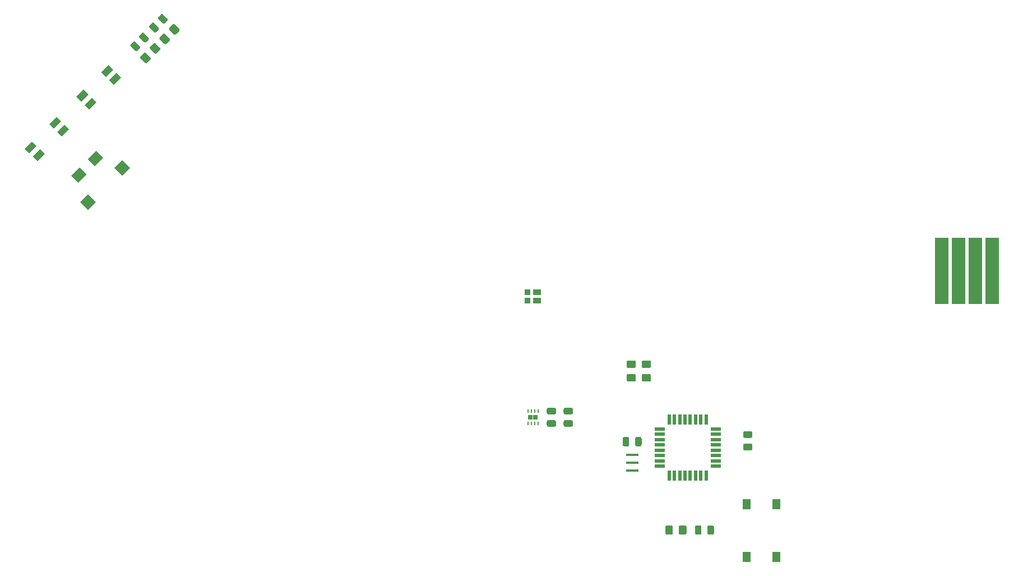
<source format=gbr>
G04 #@! TF.GenerationSoftware,KiCad,Pcbnew,(5.1.5-0-10_14)*
G04 #@! TF.CreationDate,2020-02-02T15:59:47-05:00*
G04 #@! TF.ProjectId,mobo,6d6f626f-2e6b-4696-9361-645f70636258,rev?*
G04 #@! TF.SameCoordinates,Original*
G04 #@! TF.FileFunction,Paste,Top*
G04 #@! TF.FilePolarity,Positive*
%FSLAX46Y46*%
G04 Gerber Fmt 4.6, Leading zero omitted, Abs format (unit mm)*
G04 Created by KiCad (PCBNEW (5.1.5-0-10_14)) date 2020-02-02 15:59:47*
%MOMM*%
%LPD*%
G04 APERTURE LIST*
%ADD10C,0.100000*%
%ADD11R,1.300000X1.550000*%
%ADD12R,1.600000X0.550000*%
%ADD13R,0.550000X1.600000*%
%ADD14R,0.950000X0.970000*%
%ADD15R,1.150000X0.970000*%
%ADD16R,0.950000X0.850000*%
%ADD17R,1.150000X0.850000*%
%ADD18R,1.900000X0.400000*%
%ADD19R,2.000000X10.000000*%
%ADD20R,0.250000X0.500000*%
%ADD21R,0.650000X0.750000*%
G04 APERTURE END LIST*
D10*
G36*
X154980142Y-146247174D02*
G01*
X155003803Y-146250684D01*
X155027007Y-146256496D01*
X155049529Y-146264554D01*
X155071153Y-146274782D01*
X155091670Y-146287079D01*
X155110883Y-146301329D01*
X155128607Y-146317393D01*
X155144671Y-146335117D01*
X155158921Y-146354330D01*
X155171218Y-146374847D01*
X155181446Y-146396471D01*
X155189504Y-146418993D01*
X155195316Y-146442197D01*
X155198826Y-146465858D01*
X155200000Y-146489750D01*
X155200000Y-146977250D01*
X155198826Y-147001142D01*
X155195316Y-147024803D01*
X155189504Y-147048007D01*
X155181446Y-147070529D01*
X155171218Y-147092153D01*
X155158921Y-147112670D01*
X155144671Y-147131883D01*
X155128607Y-147149607D01*
X155110883Y-147165671D01*
X155091670Y-147179921D01*
X155071153Y-147192218D01*
X155049529Y-147202446D01*
X155027007Y-147210504D01*
X155003803Y-147216316D01*
X154980142Y-147219826D01*
X154956250Y-147221000D01*
X154043750Y-147221000D01*
X154019858Y-147219826D01*
X153996197Y-147216316D01*
X153972993Y-147210504D01*
X153950471Y-147202446D01*
X153928847Y-147192218D01*
X153908330Y-147179921D01*
X153889117Y-147165671D01*
X153871393Y-147149607D01*
X153855329Y-147131883D01*
X153841079Y-147112670D01*
X153828782Y-147092153D01*
X153818554Y-147070529D01*
X153810496Y-147048007D01*
X153804684Y-147024803D01*
X153801174Y-147001142D01*
X153800000Y-146977250D01*
X153800000Y-146489750D01*
X153801174Y-146465858D01*
X153804684Y-146442197D01*
X153810496Y-146418993D01*
X153818554Y-146396471D01*
X153828782Y-146374847D01*
X153841079Y-146354330D01*
X153855329Y-146335117D01*
X153871393Y-146317393D01*
X153889117Y-146301329D01*
X153908330Y-146287079D01*
X153928847Y-146274782D01*
X153950471Y-146264554D01*
X153972993Y-146256496D01*
X153996197Y-146250684D01*
X154019858Y-146247174D01*
X154043750Y-146246000D01*
X154956250Y-146246000D01*
X154980142Y-146247174D01*
G37*
G36*
X154980142Y-144372174D02*
G01*
X155003803Y-144375684D01*
X155027007Y-144381496D01*
X155049529Y-144389554D01*
X155071153Y-144399782D01*
X155091670Y-144412079D01*
X155110883Y-144426329D01*
X155128607Y-144442393D01*
X155144671Y-144460117D01*
X155158921Y-144479330D01*
X155171218Y-144499847D01*
X155181446Y-144521471D01*
X155189504Y-144543993D01*
X155195316Y-144567197D01*
X155198826Y-144590858D01*
X155200000Y-144614750D01*
X155200000Y-145102250D01*
X155198826Y-145126142D01*
X155195316Y-145149803D01*
X155189504Y-145173007D01*
X155181446Y-145195529D01*
X155171218Y-145217153D01*
X155158921Y-145237670D01*
X155144671Y-145256883D01*
X155128607Y-145274607D01*
X155110883Y-145290671D01*
X155091670Y-145304921D01*
X155071153Y-145317218D01*
X155049529Y-145327446D01*
X155027007Y-145335504D01*
X155003803Y-145341316D01*
X154980142Y-145344826D01*
X154956250Y-145346000D01*
X154043750Y-145346000D01*
X154019858Y-145344826D01*
X153996197Y-145341316D01*
X153972993Y-145335504D01*
X153950471Y-145327446D01*
X153928847Y-145317218D01*
X153908330Y-145304921D01*
X153889117Y-145290671D01*
X153871393Y-145274607D01*
X153855329Y-145256883D01*
X153841079Y-145237670D01*
X153828782Y-145217153D01*
X153818554Y-145195529D01*
X153810496Y-145173007D01*
X153804684Y-145149803D01*
X153801174Y-145126142D01*
X153800000Y-145102250D01*
X153800000Y-144614750D01*
X153801174Y-144590858D01*
X153804684Y-144567197D01*
X153810496Y-144543993D01*
X153818554Y-144521471D01*
X153828782Y-144499847D01*
X153841079Y-144479330D01*
X153855329Y-144460117D01*
X153871393Y-144442393D01*
X153889117Y-144426329D01*
X153908330Y-144412079D01*
X153928847Y-144399782D01*
X153950471Y-144389554D01*
X153972993Y-144381496D01*
X153996197Y-144375684D01*
X154019858Y-144372174D01*
X154043750Y-144371000D01*
X154956250Y-144371000D01*
X154980142Y-144372174D01*
G37*
G36*
X51292650Y-98046324D02*
G01*
X51999757Y-98753431D01*
X50903742Y-99849446D01*
X50196635Y-99142339D01*
X51292650Y-98046324D01*
G37*
G36*
X47580339Y-101758635D02*
G01*
X48287446Y-102465742D01*
X47191431Y-103561757D01*
X46484324Y-102854650D01*
X47580339Y-101758635D01*
G37*
G36*
X46378258Y-100556554D02*
G01*
X47085365Y-101263661D01*
X45989350Y-102359676D01*
X45282243Y-101652569D01*
X46378258Y-100556554D01*
G37*
G36*
X50090569Y-96844243D02*
G01*
X50797676Y-97551350D01*
X49701661Y-98647365D01*
X48994554Y-97940258D01*
X50090569Y-96844243D01*
G37*
D11*
X158841000Y-155410000D03*
X158841000Y-163360000D03*
X154341000Y-155410000D03*
X154341000Y-163360000D03*
D10*
G36*
X136363142Y-145224174D02*
G01*
X136386803Y-145227684D01*
X136410007Y-145233496D01*
X136432529Y-145241554D01*
X136454153Y-145251782D01*
X136474670Y-145264079D01*
X136493883Y-145278329D01*
X136511607Y-145294393D01*
X136527671Y-145312117D01*
X136541921Y-145331330D01*
X136554218Y-145351847D01*
X136564446Y-145373471D01*
X136572504Y-145395993D01*
X136578316Y-145419197D01*
X136581826Y-145442858D01*
X136583000Y-145466750D01*
X136583000Y-146379250D01*
X136581826Y-146403142D01*
X136578316Y-146426803D01*
X136572504Y-146450007D01*
X136564446Y-146472529D01*
X136554218Y-146494153D01*
X136541921Y-146514670D01*
X136527671Y-146533883D01*
X136511607Y-146551607D01*
X136493883Y-146567671D01*
X136474670Y-146581921D01*
X136454153Y-146594218D01*
X136432529Y-146604446D01*
X136410007Y-146612504D01*
X136386803Y-146618316D01*
X136363142Y-146621826D01*
X136339250Y-146623000D01*
X135851750Y-146623000D01*
X135827858Y-146621826D01*
X135804197Y-146618316D01*
X135780993Y-146612504D01*
X135758471Y-146604446D01*
X135736847Y-146594218D01*
X135716330Y-146581921D01*
X135697117Y-146567671D01*
X135679393Y-146551607D01*
X135663329Y-146533883D01*
X135649079Y-146514670D01*
X135636782Y-146494153D01*
X135626554Y-146472529D01*
X135618496Y-146450007D01*
X135612684Y-146426803D01*
X135609174Y-146403142D01*
X135608000Y-146379250D01*
X135608000Y-145466750D01*
X135609174Y-145442858D01*
X135612684Y-145419197D01*
X135618496Y-145395993D01*
X135626554Y-145373471D01*
X135636782Y-145351847D01*
X135649079Y-145331330D01*
X135663329Y-145312117D01*
X135679393Y-145294393D01*
X135697117Y-145278329D01*
X135716330Y-145264079D01*
X135736847Y-145251782D01*
X135758471Y-145241554D01*
X135780993Y-145233496D01*
X135804197Y-145227684D01*
X135827858Y-145224174D01*
X135851750Y-145223000D01*
X136339250Y-145223000D01*
X136363142Y-145224174D01*
G37*
G36*
X138238142Y-145224174D02*
G01*
X138261803Y-145227684D01*
X138285007Y-145233496D01*
X138307529Y-145241554D01*
X138329153Y-145251782D01*
X138349670Y-145264079D01*
X138368883Y-145278329D01*
X138386607Y-145294393D01*
X138402671Y-145312117D01*
X138416921Y-145331330D01*
X138429218Y-145351847D01*
X138439446Y-145373471D01*
X138447504Y-145395993D01*
X138453316Y-145419197D01*
X138456826Y-145442858D01*
X138458000Y-145466750D01*
X138458000Y-146379250D01*
X138456826Y-146403142D01*
X138453316Y-146426803D01*
X138447504Y-146450007D01*
X138439446Y-146472529D01*
X138429218Y-146494153D01*
X138416921Y-146514670D01*
X138402671Y-146533883D01*
X138386607Y-146551607D01*
X138368883Y-146567671D01*
X138349670Y-146581921D01*
X138329153Y-146594218D01*
X138307529Y-146604446D01*
X138285007Y-146612504D01*
X138261803Y-146618316D01*
X138238142Y-146621826D01*
X138214250Y-146623000D01*
X137726750Y-146623000D01*
X137702858Y-146621826D01*
X137679197Y-146618316D01*
X137655993Y-146612504D01*
X137633471Y-146604446D01*
X137611847Y-146594218D01*
X137591330Y-146581921D01*
X137572117Y-146567671D01*
X137554393Y-146551607D01*
X137538329Y-146533883D01*
X137524079Y-146514670D01*
X137511782Y-146494153D01*
X137501554Y-146472529D01*
X137493496Y-146450007D01*
X137487684Y-146426803D01*
X137484174Y-146403142D01*
X137483000Y-146379250D01*
X137483000Y-145466750D01*
X137484174Y-145442858D01*
X137487684Y-145419197D01*
X137493496Y-145395993D01*
X137501554Y-145373471D01*
X137511782Y-145351847D01*
X137524079Y-145331330D01*
X137538329Y-145312117D01*
X137554393Y-145294393D01*
X137572117Y-145278329D01*
X137591330Y-145264079D01*
X137611847Y-145251782D01*
X137633471Y-145241554D01*
X137655993Y-145233496D01*
X137679197Y-145227684D01*
X137702858Y-145224174D01*
X137726750Y-145223000D01*
X138214250Y-145223000D01*
X138238142Y-145224174D01*
G37*
G36*
X149160142Y-158559174D02*
G01*
X149183803Y-158562684D01*
X149207007Y-158568496D01*
X149229529Y-158576554D01*
X149251153Y-158586782D01*
X149271670Y-158599079D01*
X149290883Y-158613329D01*
X149308607Y-158629393D01*
X149324671Y-158647117D01*
X149338921Y-158666330D01*
X149351218Y-158686847D01*
X149361446Y-158708471D01*
X149369504Y-158730993D01*
X149375316Y-158754197D01*
X149378826Y-158777858D01*
X149380000Y-158801750D01*
X149380000Y-159714250D01*
X149378826Y-159738142D01*
X149375316Y-159761803D01*
X149369504Y-159785007D01*
X149361446Y-159807529D01*
X149351218Y-159829153D01*
X149338921Y-159849670D01*
X149324671Y-159868883D01*
X149308607Y-159886607D01*
X149290883Y-159902671D01*
X149271670Y-159916921D01*
X149251153Y-159929218D01*
X149229529Y-159939446D01*
X149207007Y-159947504D01*
X149183803Y-159953316D01*
X149160142Y-159956826D01*
X149136250Y-159958000D01*
X148648750Y-159958000D01*
X148624858Y-159956826D01*
X148601197Y-159953316D01*
X148577993Y-159947504D01*
X148555471Y-159939446D01*
X148533847Y-159929218D01*
X148513330Y-159916921D01*
X148494117Y-159902671D01*
X148476393Y-159886607D01*
X148460329Y-159868883D01*
X148446079Y-159849670D01*
X148433782Y-159829153D01*
X148423554Y-159807529D01*
X148415496Y-159785007D01*
X148409684Y-159761803D01*
X148406174Y-159738142D01*
X148405000Y-159714250D01*
X148405000Y-158801750D01*
X148406174Y-158777858D01*
X148409684Y-158754197D01*
X148415496Y-158730993D01*
X148423554Y-158708471D01*
X148433782Y-158686847D01*
X148446079Y-158666330D01*
X148460329Y-158647117D01*
X148476393Y-158629393D01*
X148494117Y-158613329D01*
X148513330Y-158599079D01*
X148533847Y-158586782D01*
X148555471Y-158576554D01*
X148577993Y-158568496D01*
X148601197Y-158562684D01*
X148624858Y-158559174D01*
X148648750Y-158558000D01*
X149136250Y-158558000D01*
X149160142Y-158559174D01*
G37*
G36*
X147285142Y-158559174D02*
G01*
X147308803Y-158562684D01*
X147332007Y-158568496D01*
X147354529Y-158576554D01*
X147376153Y-158586782D01*
X147396670Y-158599079D01*
X147415883Y-158613329D01*
X147433607Y-158629393D01*
X147449671Y-158647117D01*
X147463921Y-158666330D01*
X147476218Y-158686847D01*
X147486446Y-158708471D01*
X147494504Y-158730993D01*
X147500316Y-158754197D01*
X147503826Y-158777858D01*
X147505000Y-158801750D01*
X147505000Y-159714250D01*
X147503826Y-159738142D01*
X147500316Y-159761803D01*
X147494504Y-159785007D01*
X147486446Y-159807529D01*
X147476218Y-159829153D01*
X147463921Y-159849670D01*
X147449671Y-159868883D01*
X147433607Y-159886607D01*
X147415883Y-159902671D01*
X147396670Y-159916921D01*
X147376153Y-159929218D01*
X147354529Y-159939446D01*
X147332007Y-159947504D01*
X147308803Y-159953316D01*
X147285142Y-159956826D01*
X147261250Y-159958000D01*
X146773750Y-159958000D01*
X146749858Y-159956826D01*
X146726197Y-159953316D01*
X146702993Y-159947504D01*
X146680471Y-159939446D01*
X146658847Y-159929218D01*
X146638330Y-159916921D01*
X146619117Y-159902671D01*
X146601393Y-159886607D01*
X146585329Y-159868883D01*
X146571079Y-159849670D01*
X146558782Y-159829153D01*
X146548554Y-159807529D01*
X146540496Y-159785007D01*
X146534684Y-159761803D01*
X146531174Y-159738142D01*
X146530000Y-159714250D01*
X146530000Y-158801750D01*
X146531174Y-158777858D01*
X146534684Y-158754197D01*
X146540496Y-158730993D01*
X146548554Y-158708471D01*
X146558782Y-158686847D01*
X146571079Y-158666330D01*
X146585329Y-158647117D01*
X146601393Y-158629393D01*
X146619117Y-158613329D01*
X146638330Y-158599079D01*
X146658847Y-158586782D01*
X146680471Y-158576554D01*
X146702993Y-158568496D01*
X146726197Y-158562684D01*
X146749858Y-158559174D01*
X146773750Y-158558000D01*
X147261250Y-158558000D01*
X147285142Y-158559174D01*
G37*
G36*
X64691919Y-82678562D02*
G01*
X64715580Y-82682072D01*
X64738784Y-82687884D01*
X64761306Y-82695942D01*
X64782930Y-82706170D01*
X64803447Y-82718467D01*
X64822660Y-82732717D01*
X64840384Y-82748781D01*
X65485619Y-83394016D01*
X65501683Y-83411740D01*
X65515933Y-83430953D01*
X65528230Y-83451470D01*
X65538458Y-83473094D01*
X65546516Y-83495616D01*
X65552328Y-83518820D01*
X65555838Y-83542481D01*
X65557012Y-83566373D01*
X65555838Y-83590265D01*
X65552328Y-83613926D01*
X65546516Y-83637130D01*
X65538458Y-83659652D01*
X65528230Y-83681276D01*
X65515933Y-83701793D01*
X65501683Y-83721006D01*
X65485619Y-83738730D01*
X65140904Y-84083445D01*
X65123180Y-84099509D01*
X65103967Y-84113759D01*
X65083450Y-84126056D01*
X65061826Y-84136284D01*
X65039304Y-84144342D01*
X65016100Y-84150154D01*
X64992439Y-84153664D01*
X64968547Y-84154838D01*
X64944655Y-84153664D01*
X64920994Y-84150154D01*
X64897790Y-84144342D01*
X64875268Y-84136284D01*
X64853644Y-84126056D01*
X64833127Y-84113759D01*
X64813914Y-84099509D01*
X64796190Y-84083445D01*
X64150955Y-83438210D01*
X64134891Y-83420486D01*
X64120641Y-83401273D01*
X64108344Y-83380756D01*
X64098116Y-83359132D01*
X64090058Y-83336610D01*
X64084246Y-83313406D01*
X64080736Y-83289745D01*
X64079562Y-83265853D01*
X64080736Y-83241961D01*
X64084246Y-83218300D01*
X64090058Y-83195096D01*
X64098116Y-83172574D01*
X64108344Y-83150950D01*
X64120641Y-83130433D01*
X64134891Y-83111220D01*
X64150955Y-83093496D01*
X64495670Y-82748781D01*
X64513394Y-82732717D01*
X64532607Y-82718467D01*
X64553124Y-82706170D01*
X64574748Y-82695942D01*
X64597270Y-82687884D01*
X64620474Y-82682072D01*
X64644135Y-82678562D01*
X64668027Y-82677388D01*
X64691919Y-82678562D01*
G37*
G36*
X66017745Y-81352736D02*
G01*
X66041406Y-81356246D01*
X66064610Y-81362058D01*
X66087132Y-81370116D01*
X66108756Y-81380344D01*
X66129273Y-81392641D01*
X66148486Y-81406891D01*
X66166210Y-81422955D01*
X66811445Y-82068190D01*
X66827509Y-82085914D01*
X66841759Y-82105127D01*
X66854056Y-82125644D01*
X66864284Y-82147268D01*
X66872342Y-82169790D01*
X66878154Y-82192994D01*
X66881664Y-82216655D01*
X66882838Y-82240547D01*
X66881664Y-82264439D01*
X66878154Y-82288100D01*
X66872342Y-82311304D01*
X66864284Y-82333826D01*
X66854056Y-82355450D01*
X66841759Y-82375967D01*
X66827509Y-82395180D01*
X66811445Y-82412904D01*
X66466730Y-82757619D01*
X66449006Y-82773683D01*
X66429793Y-82787933D01*
X66409276Y-82800230D01*
X66387652Y-82810458D01*
X66365130Y-82818516D01*
X66341926Y-82824328D01*
X66318265Y-82827838D01*
X66294373Y-82829012D01*
X66270481Y-82827838D01*
X66246820Y-82824328D01*
X66223616Y-82818516D01*
X66201094Y-82810458D01*
X66179470Y-82800230D01*
X66158953Y-82787933D01*
X66139740Y-82773683D01*
X66122016Y-82757619D01*
X65476781Y-82112384D01*
X65460717Y-82094660D01*
X65446467Y-82075447D01*
X65434170Y-82054930D01*
X65423942Y-82033306D01*
X65415884Y-82010784D01*
X65410072Y-81987580D01*
X65406562Y-81963919D01*
X65405388Y-81940027D01*
X65406562Y-81916135D01*
X65410072Y-81892474D01*
X65415884Y-81869270D01*
X65423942Y-81846748D01*
X65434170Y-81825124D01*
X65446467Y-81804607D01*
X65460717Y-81785394D01*
X65476781Y-81767670D01*
X65821496Y-81422955D01*
X65839220Y-81406891D01*
X65858433Y-81392641D01*
X65878950Y-81380344D01*
X65900574Y-81370116D01*
X65923096Y-81362058D01*
X65946300Y-81356246D01*
X65969961Y-81352736D01*
X65993853Y-81351562D01*
X66017745Y-81352736D01*
G37*
G36*
X63172945Y-84172136D02*
G01*
X63196606Y-84175646D01*
X63219810Y-84181458D01*
X63242332Y-84189516D01*
X63263956Y-84199744D01*
X63284473Y-84212041D01*
X63303686Y-84226291D01*
X63321410Y-84242355D01*
X63966645Y-84887590D01*
X63982709Y-84905314D01*
X63996959Y-84924527D01*
X64009256Y-84945044D01*
X64019484Y-84966668D01*
X64027542Y-84989190D01*
X64033354Y-85012394D01*
X64036864Y-85036055D01*
X64038038Y-85059947D01*
X64036864Y-85083839D01*
X64033354Y-85107500D01*
X64027542Y-85130704D01*
X64019484Y-85153226D01*
X64009256Y-85174850D01*
X63996959Y-85195367D01*
X63982709Y-85214580D01*
X63966645Y-85232304D01*
X63621930Y-85577019D01*
X63604206Y-85593083D01*
X63584993Y-85607333D01*
X63564476Y-85619630D01*
X63542852Y-85629858D01*
X63520330Y-85637916D01*
X63497126Y-85643728D01*
X63473465Y-85647238D01*
X63449573Y-85648412D01*
X63425681Y-85647238D01*
X63402020Y-85643728D01*
X63378816Y-85637916D01*
X63356294Y-85629858D01*
X63334670Y-85619630D01*
X63314153Y-85607333D01*
X63294940Y-85593083D01*
X63277216Y-85577019D01*
X62631981Y-84931784D01*
X62615917Y-84914060D01*
X62601667Y-84894847D01*
X62589370Y-84874330D01*
X62579142Y-84852706D01*
X62571084Y-84830184D01*
X62565272Y-84806980D01*
X62561762Y-84783319D01*
X62560588Y-84759427D01*
X62561762Y-84735535D01*
X62565272Y-84711874D01*
X62571084Y-84688670D01*
X62579142Y-84666148D01*
X62589370Y-84644524D01*
X62601667Y-84624007D01*
X62615917Y-84604794D01*
X62631981Y-84587070D01*
X62976696Y-84242355D01*
X62994420Y-84226291D01*
X63013633Y-84212041D01*
X63034150Y-84199744D01*
X63055774Y-84189516D01*
X63078296Y-84181458D01*
X63101500Y-84175646D01*
X63125161Y-84172136D01*
X63149053Y-84170962D01*
X63172945Y-84172136D01*
G37*
G36*
X61847119Y-85497962D02*
G01*
X61870780Y-85501472D01*
X61893984Y-85507284D01*
X61916506Y-85515342D01*
X61938130Y-85525570D01*
X61958647Y-85537867D01*
X61977860Y-85552117D01*
X61995584Y-85568181D01*
X62640819Y-86213416D01*
X62656883Y-86231140D01*
X62671133Y-86250353D01*
X62683430Y-86270870D01*
X62693658Y-86292494D01*
X62701716Y-86315016D01*
X62707528Y-86338220D01*
X62711038Y-86361881D01*
X62712212Y-86385773D01*
X62711038Y-86409665D01*
X62707528Y-86433326D01*
X62701716Y-86456530D01*
X62693658Y-86479052D01*
X62683430Y-86500676D01*
X62671133Y-86521193D01*
X62656883Y-86540406D01*
X62640819Y-86558130D01*
X62296104Y-86902845D01*
X62278380Y-86918909D01*
X62259167Y-86933159D01*
X62238650Y-86945456D01*
X62217026Y-86955684D01*
X62194504Y-86963742D01*
X62171300Y-86969554D01*
X62147639Y-86973064D01*
X62123747Y-86974238D01*
X62099855Y-86973064D01*
X62076194Y-86969554D01*
X62052990Y-86963742D01*
X62030468Y-86955684D01*
X62008844Y-86945456D01*
X61988327Y-86933159D01*
X61969114Y-86918909D01*
X61951390Y-86902845D01*
X61306155Y-86257610D01*
X61290091Y-86239886D01*
X61275841Y-86220673D01*
X61263544Y-86200156D01*
X61253316Y-86178532D01*
X61245258Y-86156010D01*
X61239446Y-86132806D01*
X61235936Y-86109145D01*
X61234762Y-86085253D01*
X61235936Y-86061361D01*
X61239446Y-86037700D01*
X61245258Y-86014496D01*
X61253316Y-85991974D01*
X61263544Y-85970350D01*
X61275841Y-85949833D01*
X61290091Y-85930620D01*
X61306155Y-85912896D01*
X61650870Y-85568181D01*
X61668594Y-85552117D01*
X61687807Y-85537867D01*
X61708324Y-85525570D01*
X61729948Y-85515342D01*
X61752470Y-85507284D01*
X61775674Y-85501472D01*
X61799335Y-85497962D01*
X61823227Y-85496788D01*
X61847119Y-85497962D01*
G37*
G36*
X66368932Y-84332180D02*
G01*
X66393200Y-84335780D01*
X66416999Y-84341741D01*
X66440098Y-84350006D01*
X66462277Y-84360496D01*
X66483320Y-84373108D01*
X66503026Y-84387723D01*
X66521204Y-84404199D01*
X67157601Y-85040596D01*
X67174077Y-85058774D01*
X67188692Y-85078480D01*
X67201304Y-85099523D01*
X67211794Y-85121702D01*
X67220059Y-85144801D01*
X67226020Y-85168600D01*
X67229620Y-85192868D01*
X67230824Y-85217372D01*
X67229620Y-85241876D01*
X67226020Y-85266144D01*
X67220059Y-85289943D01*
X67211794Y-85313042D01*
X67201304Y-85335221D01*
X67188692Y-85356264D01*
X67174077Y-85375970D01*
X67157601Y-85394148D01*
X66697980Y-85853769D01*
X66679802Y-85870245D01*
X66660096Y-85884860D01*
X66639053Y-85897472D01*
X66616874Y-85907962D01*
X66593775Y-85916227D01*
X66569976Y-85922188D01*
X66545708Y-85925788D01*
X66521204Y-85926992D01*
X66496700Y-85925788D01*
X66472432Y-85922188D01*
X66448633Y-85916227D01*
X66425534Y-85907962D01*
X66403355Y-85897472D01*
X66382312Y-85884860D01*
X66362606Y-85870245D01*
X66344428Y-85853769D01*
X65708031Y-85217372D01*
X65691555Y-85199194D01*
X65676940Y-85179488D01*
X65664328Y-85158445D01*
X65653838Y-85136266D01*
X65645573Y-85113167D01*
X65639612Y-85089368D01*
X65636012Y-85065100D01*
X65634808Y-85040596D01*
X65636012Y-85016092D01*
X65639612Y-84991824D01*
X65645573Y-84968025D01*
X65653838Y-84944926D01*
X65664328Y-84922747D01*
X65676940Y-84901704D01*
X65691555Y-84881998D01*
X65708031Y-84863820D01*
X66167652Y-84404199D01*
X66185830Y-84387723D01*
X66205536Y-84373108D01*
X66226579Y-84360496D01*
X66248758Y-84350006D01*
X66271857Y-84341741D01*
X66295656Y-84335780D01*
X66319924Y-84332180D01*
X66344428Y-84330976D01*
X66368932Y-84332180D01*
G37*
G36*
X67818500Y-82882612D02*
G01*
X67842768Y-82886212D01*
X67866567Y-82892173D01*
X67889666Y-82900438D01*
X67911845Y-82910928D01*
X67932888Y-82923540D01*
X67952594Y-82938155D01*
X67970772Y-82954631D01*
X68607169Y-83591028D01*
X68623645Y-83609206D01*
X68638260Y-83628912D01*
X68650872Y-83649955D01*
X68661362Y-83672134D01*
X68669627Y-83695233D01*
X68675588Y-83719032D01*
X68679188Y-83743300D01*
X68680392Y-83767804D01*
X68679188Y-83792308D01*
X68675588Y-83816576D01*
X68669627Y-83840375D01*
X68661362Y-83863474D01*
X68650872Y-83885653D01*
X68638260Y-83906696D01*
X68623645Y-83926402D01*
X68607169Y-83944580D01*
X68147548Y-84404201D01*
X68129370Y-84420677D01*
X68109664Y-84435292D01*
X68088621Y-84447904D01*
X68066442Y-84458394D01*
X68043343Y-84466659D01*
X68019544Y-84472620D01*
X67995276Y-84476220D01*
X67970772Y-84477424D01*
X67946268Y-84476220D01*
X67922000Y-84472620D01*
X67898201Y-84466659D01*
X67875102Y-84458394D01*
X67852923Y-84447904D01*
X67831880Y-84435292D01*
X67812174Y-84420677D01*
X67793996Y-84404201D01*
X67157599Y-83767804D01*
X67141123Y-83749626D01*
X67126508Y-83729920D01*
X67113896Y-83708877D01*
X67103406Y-83686698D01*
X67095141Y-83663599D01*
X67089180Y-83639800D01*
X67085580Y-83615532D01*
X67084376Y-83591028D01*
X67085580Y-83566524D01*
X67089180Y-83542256D01*
X67095141Y-83518457D01*
X67103406Y-83495358D01*
X67113896Y-83473179D01*
X67126508Y-83452136D01*
X67141123Y-83432430D01*
X67157599Y-83414252D01*
X67617220Y-82954631D01*
X67635398Y-82938155D01*
X67655104Y-82923540D01*
X67676147Y-82910928D01*
X67698326Y-82900438D01*
X67721425Y-82892173D01*
X67745224Y-82886212D01*
X67769492Y-82882612D01*
X67793996Y-82881408D01*
X67818500Y-82882612D01*
G37*
G36*
X64922900Y-85752812D02*
G01*
X64947168Y-85756412D01*
X64970967Y-85762373D01*
X64994066Y-85770638D01*
X65016245Y-85781128D01*
X65037288Y-85793740D01*
X65056994Y-85808355D01*
X65075172Y-85824831D01*
X65711569Y-86461228D01*
X65728045Y-86479406D01*
X65742660Y-86499112D01*
X65755272Y-86520155D01*
X65765762Y-86542334D01*
X65774027Y-86565433D01*
X65779988Y-86589232D01*
X65783588Y-86613500D01*
X65784792Y-86638004D01*
X65783588Y-86662508D01*
X65779988Y-86686776D01*
X65774027Y-86710575D01*
X65765762Y-86733674D01*
X65755272Y-86755853D01*
X65742660Y-86776896D01*
X65728045Y-86796602D01*
X65711569Y-86814780D01*
X65251948Y-87274401D01*
X65233770Y-87290877D01*
X65214064Y-87305492D01*
X65193021Y-87318104D01*
X65170842Y-87328594D01*
X65147743Y-87336859D01*
X65123944Y-87342820D01*
X65099676Y-87346420D01*
X65075172Y-87347624D01*
X65050668Y-87346420D01*
X65026400Y-87342820D01*
X65002601Y-87336859D01*
X64979502Y-87328594D01*
X64957323Y-87318104D01*
X64936280Y-87305492D01*
X64916574Y-87290877D01*
X64898396Y-87274401D01*
X64261999Y-86638004D01*
X64245523Y-86619826D01*
X64230908Y-86600120D01*
X64218296Y-86579077D01*
X64207806Y-86556898D01*
X64199541Y-86533799D01*
X64193580Y-86510000D01*
X64189980Y-86485732D01*
X64188776Y-86461228D01*
X64189980Y-86436724D01*
X64193580Y-86412456D01*
X64199541Y-86388657D01*
X64207806Y-86365558D01*
X64218296Y-86343379D01*
X64230908Y-86322336D01*
X64245523Y-86302630D01*
X64261999Y-86284452D01*
X64721620Y-85824831D01*
X64739798Y-85808355D01*
X64759504Y-85793740D01*
X64780547Y-85781128D01*
X64802726Y-85770638D01*
X64825825Y-85762373D01*
X64849624Y-85756412D01*
X64873892Y-85752812D01*
X64898396Y-85751608D01*
X64922900Y-85752812D01*
G37*
G36*
X63473332Y-87202380D02*
G01*
X63497600Y-87205980D01*
X63521399Y-87211941D01*
X63544498Y-87220206D01*
X63566677Y-87230696D01*
X63587720Y-87243308D01*
X63607426Y-87257923D01*
X63625604Y-87274399D01*
X64262001Y-87910796D01*
X64278477Y-87928974D01*
X64293092Y-87948680D01*
X64305704Y-87969723D01*
X64316194Y-87991902D01*
X64324459Y-88015001D01*
X64330420Y-88038800D01*
X64334020Y-88063068D01*
X64335224Y-88087572D01*
X64334020Y-88112076D01*
X64330420Y-88136344D01*
X64324459Y-88160143D01*
X64316194Y-88183242D01*
X64305704Y-88205421D01*
X64293092Y-88226464D01*
X64278477Y-88246170D01*
X64262001Y-88264348D01*
X63802380Y-88723969D01*
X63784202Y-88740445D01*
X63764496Y-88755060D01*
X63743453Y-88767672D01*
X63721274Y-88778162D01*
X63698175Y-88786427D01*
X63674376Y-88792388D01*
X63650108Y-88795988D01*
X63625604Y-88797192D01*
X63601100Y-88795988D01*
X63576832Y-88792388D01*
X63553033Y-88786427D01*
X63529934Y-88778162D01*
X63507755Y-88767672D01*
X63486712Y-88755060D01*
X63467006Y-88740445D01*
X63448828Y-88723969D01*
X62812431Y-88087572D01*
X62795955Y-88069394D01*
X62781340Y-88049688D01*
X62768728Y-88028645D01*
X62758238Y-88006466D01*
X62749973Y-87983367D01*
X62744012Y-87959568D01*
X62740412Y-87935300D01*
X62739208Y-87910796D01*
X62740412Y-87886292D01*
X62744012Y-87862024D01*
X62749973Y-87838225D01*
X62758238Y-87815126D01*
X62768728Y-87792947D01*
X62781340Y-87771904D01*
X62795955Y-87752198D01*
X62812431Y-87734020D01*
X63272052Y-87274399D01*
X63290230Y-87257923D01*
X63309936Y-87243308D01*
X63330979Y-87230696D01*
X63353158Y-87220206D01*
X63376257Y-87211941D01*
X63400056Y-87205980D01*
X63424324Y-87202380D01*
X63448828Y-87201176D01*
X63473332Y-87202380D01*
G37*
G36*
X139666505Y-135706204D02*
G01*
X139690773Y-135709804D01*
X139714572Y-135715765D01*
X139737671Y-135724030D01*
X139759850Y-135734520D01*
X139780893Y-135747132D01*
X139800599Y-135761747D01*
X139818777Y-135778223D01*
X139835253Y-135796401D01*
X139849868Y-135816107D01*
X139862480Y-135837150D01*
X139872970Y-135859329D01*
X139881235Y-135882428D01*
X139887196Y-135906227D01*
X139890796Y-135930495D01*
X139892000Y-135954999D01*
X139892000Y-136605001D01*
X139890796Y-136629505D01*
X139887196Y-136653773D01*
X139881235Y-136677572D01*
X139872970Y-136700671D01*
X139862480Y-136722850D01*
X139849868Y-136743893D01*
X139835253Y-136763599D01*
X139818777Y-136781777D01*
X139800599Y-136798253D01*
X139780893Y-136812868D01*
X139759850Y-136825480D01*
X139737671Y-136835970D01*
X139714572Y-136844235D01*
X139690773Y-136850196D01*
X139666505Y-136853796D01*
X139642001Y-136855000D01*
X138741999Y-136855000D01*
X138717495Y-136853796D01*
X138693227Y-136850196D01*
X138669428Y-136844235D01*
X138646329Y-136835970D01*
X138624150Y-136825480D01*
X138603107Y-136812868D01*
X138583401Y-136798253D01*
X138565223Y-136781777D01*
X138548747Y-136763599D01*
X138534132Y-136743893D01*
X138521520Y-136722850D01*
X138511030Y-136700671D01*
X138502765Y-136677572D01*
X138496804Y-136653773D01*
X138493204Y-136629505D01*
X138492000Y-136605001D01*
X138492000Y-135954999D01*
X138493204Y-135930495D01*
X138496804Y-135906227D01*
X138502765Y-135882428D01*
X138511030Y-135859329D01*
X138521520Y-135837150D01*
X138534132Y-135816107D01*
X138548747Y-135796401D01*
X138565223Y-135778223D01*
X138583401Y-135761747D01*
X138603107Y-135747132D01*
X138624150Y-135734520D01*
X138646329Y-135724030D01*
X138669428Y-135715765D01*
X138693227Y-135709804D01*
X138717495Y-135706204D01*
X138741999Y-135705000D01*
X139642001Y-135705000D01*
X139666505Y-135706204D01*
G37*
G36*
X139666505Y-133656204D02*
G01*
X139690773Y-133659804D01*
X139714572Y-133665765D01*
X139737671Y-133674030D01*
X139759850Y-133684520D01*
X139780893Y-133697132D01*
X139800599Y-133711747D01*
X139818777Y-133728223D01*
X139835253Y-133746401D01*
X139849868Y-133766107D01*
X139862480Y-133787150D01*
X139872970Y-133809329D01*
X139881235Y-133832428D01*
X139887196Y-133856227D01*
X139890796Y-133880495D01*
X139892000Y-133904999D01*
X139892000Y-134555001D01*
X139890796Y-134579505D01*
X139887196Y-134603773D01*
X139881235Y-134627572D01*
X139872970Y-134650671D01*
X139862480Y-134672850D01*
X139849868Y-134693893D01*
X139835253Y-134713599D01*
X139818777Y-134731777D01*
X139800599Y-134748253D01*
X139780893Y-134762868D01*
X139759850Y-134775480D01*
X139737671Y-134785970D01*
X139714572Y-134794235D01*
X139690773Y-134800196D01*
X139666505Y-134803796D01*
X139642001Y-134805000D01*
X138741999Y-134805000D01*
X138717495Y-134803796D01*
X138693227Y-134800196D01*
X138669428Y-134794235D01*
X138646329Y-134785970D01*
X138624150Y-134775480D01*
X138603107Y-134762868D01*
X138583401Y-134748253D01*
X138565223Y-134731777D01*
X138548747Y-134713599D01*
X138534132Y-134693893D01*
X138521520Y-134672850D01*
X138511030Y-134650671D01*
X138502765Y-134627572D01*
X138496804Y-134603773D01*
X138493204Y-134579505D01*
X138492000Y-134555001D01*
X138492000Y-133904999D01*
X138493204Y-133880495D01*
X138496804Y-133856227D01*
X138502765Y-133832428D01*
X138511030Y-133809329D01*
X138521520Y-133787150D01*
X138534132Y-133766107D01*
X138548747Y-133746401D01*
X138565223Y-133728223D01*
X138583401Y-133711747D01*
X138603107Y-133697132D01*
X138624150Y-133684520D01*
X138646329Y-133674030D01*
X138669428Y-133665765D01*
X138693227Y-133659804D01*
X138717495Y-133656204D01*
X138741999Y-133655000D01*
X139642001Y-133655000D01*
X139666505Y-133656204D01*
G37*
G36*
X137380505Y-135706204D02*
G01*
X137404773Y-135709804D01*
X137428572Y-135715765D01*
X137451671Y-135724030D01*
X137473850Y-135734520D01*
X137494893Y-135747132D01*
X137514599Y-135761747D01*
X137532777Y-135778223D01*
X137549253Y-135796401D01*
X137563868Y-135816107D01*
X137576480Y-135837150D01*
X137586970Y-135859329D01*
X137595235Y-135882428D01*
X137601196Y-135906227D01*
X137604796Y-135930495D01*
X137606000Y-135954999D01*
X137606000Y-136605001D01*
X137604796Y-136629505D01*
X137601196Y-136653773D01*
X137595235Y-136677572D01*
X137586970Y-136700671D01*
X137576480Y-136722850D01*
X137563868Y-136743893D01*
X137549253Y-136763599D01*
X137532777Y-136781777D01*
X137514599Y-136798253D01*
X137494893Y-136812868D01*
X137473850Y-136825480D01*
X137451671Y-136835970D01*
X137428572Y-136844235D01*
X137404773Y-136850196D01*
X137380505Y-136853796D01*
X137356001Y-136855000D01*
X136455999Y-136855000D01*
X136431495Y-136853796D01*
X136407227Y-136850196D01*
X136383428Y-136844235D01*
X136360329Y-136835970D01*
X136338150Y-136825480D01*
X136317107Y-136812868D01*
X136297401Y-136798253D01*
X136279223Y-136781777D01*
X136262747Y-136763599D01*
X136248132Y-136743893D01*
X136235520Y-136722850D01*
X136225030Y-136700671D01*
X136216765Y-136677572D01*
X136210804Y-136653773D01*
X136207204Y-136629505D01*
X136206000Y-136605001D01*
X136206000Y-135954999D01*
X136207204Y-135930495D01*
X136210804Y-135906227D01*
X136216765Y-135882428D01*
X136225030Y-135859329D01*
X136235520Y-135837150D01*
X136248132Y-135816107D01*
X136262747Y-135796401D01*
X136279223Y-135778223D01*
X136297401Y-135761747D01*
X136317107Y-135747132D01*
X136338150Y-135734520D01*
X136360329Y-135724030D01*
X136383428Y-135715765D01*
X136407227Y-135709804D01*
X136431495Y-135706204D01*
X136455999Y-135705000D01*
X137356001Y-135705000D01*
X137380505Y-135706204D01*
G37*
G36*
X137380505Y-133656204D02*
G01*
X137404773Y-133659804D01*
X137428572Y-133665765D01*
X137451671Y-133674030D01*
X137473850Y-133684520D01*
X137494893Y-133697132D01*
X137514599Y-133711747D01*
X137532777Y-133728223D01*
X137549253Y-133746401D01*
X137563868Y-133766107D01*
X137576480Y-133787150D01*
X137586970Y-133809329D01*
X137595235Y-133832428D01*
X137601196Y-133856227D01*
X137604796Y-133880495D01*
X137606000Y-133904999D01*
X137606000Y-134555001D01*
X137604796Y-134579505D01*
X137601196Y-134603773D01*
X137595235Y-134627572D01*
X137586970Y-134650671D01*
X137576480Y-134672850D01*
X137563868Y-134693893D01*
X137549253Y-134713599D01*
X137532777Y-134731777D01*
X137514599Y-134748253D01*
X137494893Y-134762868D01*
X137473850Y-134775480D01*
X137451671Y-134785970D01*
X137428572Y-134794235D01*
X137404773Y-134800196D01*
X137380505Y-134803796D01*
X137356001Y-134805000D01*
X136455999Y-134805000D01*
X136431495Y-134803796D01*
X136407227Y-134800196D01*
X136383428Y-134794235D01*
X136360329Y-134785970D01*
X136338150Y-134775480D01*
X136317107Y-134762868D01*
X136297401Y-134748253D01*
X136279223Y-134731777D01*
X136262747Y-134713599D01*
X136248132Y-134693893D01*
X136235520Y-134672850D01*
X136225030Y-134650671D01*
X136216765Y-134627572D01*
X136210804Y-134603773D01*
X136207204Y-134579505D01*
X136206000Y-134555001D01*
X136206000Y-133904999D01*
X136207204Y-133880495D01*
X136210804Y-133856227D01*
X136216765Y-133832428D01*
X136225030Y-133809329D01*
X136235520Y-133787150D01*
X136248132Y-133766107D01*
X136262747Y-133746401D01*
X136279223Y-133728223D01*
X136297401Y-133711747D01*
X136317107Y-133697132D01*
X136338150Y-133684520D01*
X136360329Y-133674030D01*
X136383428Y-133665765D01*
X136407227Y-133659804D01*
X136431495Y-133656204D01*
X136455999Y-133655000D01*
X137356001Y-133655000D01*
X137380505Y-133656204D01*
G37*
G36*
X145011505Y-158559204D02*
G01*
X145035773Y-158562804D01*
X145059572Y-158568765D01*
X145082671Y-158577030D01*
X145104850Y-158587520D01*
X145125893Y-158600132D01*
X145145599Y-158614747D01*
X145163777Y-158631223D01*
X145180253Y-158649401D01*
X145194868Y-158669107D01*
X145207480Y-158690150D01*
X145217970Y-158712329D01*
X145226235Y-158735428D01*
X145232196Y-158759227D01*
X145235796Y-158783495D01*
X145237000Y-158807999D01*
X145237000Y-159708001D01*
X145235796Y-159732505D01*
X145232196Y-159756773D01*
X145226235Y-159780572D01*
X145217970Y-159803671D01*
X145207480Y-159825850D01*
X145194868Y-159846893D01*
X145180253Y-159866599D01*
X145163777Y-159884777D01*
X145145599Y-159901253D01*
X145125893Y-159915868D01*
X145104850Y-159928480D01*
X145082671Y-159938970D01*
X145059572Y-159947235D01*
X145035773Y-159953196D01*
X145011505Y-159956796D01*
X144987001Y-159958000D01*
X144336999Y-159958000D01*
X144312495Y-159956796D01*
X144288227Y-159953196D01*
X144264428Y-159947235D01*
X144241329Y-159938970D01*
X144219150Y-159928480D01*
X144198107Y-159915868D01*
X144178401Y-159901253D01*
X144160223Y-159884777D01*
X144143747Y-159866599D01*
X144129132Y-159846893D01*
X144116520Y-159825850D01*
X144106030Y-159803671D01*
X144097765Y-159780572D01*
X144091804Y-159756773D01*
X144088204Y-159732505D01*
X144087000Y-159708001D01*
X144087000Y-158807999D01*
X144088204Y-158783495D01*
X144091804Y-158759227D01*
X144097765Y-158735428D01*
X144106030Y-158712329D01*
X144116520Y-158690150D01*
X144129132Y-158669107D01*
X144143747Y-158649401D01*
X144160223Y-158631223D01*
X144178401Y-158614747D01*
X144198107Y-158600132D01*
X144219150Y-158587520D01*
X144241329Y-158577030D01*
X144264428Y-158568765D01*
X144288227Y-158562804D01*
X144312495Y-158559204D01*
X144336999Y-158558000D01*
X144987001Y-158558000D01*
X145011505Y-158559204D01*
G37*
G36*
X142961505Y-158559204D02*
G01*
X142985773Y-158562804D01*
X143009572Y-158568765D01*
X143032671Y-158577030D01*
X143054850Y-158587520D01*
X143075893Y-158600132D01*
X143095599Y-158614747D01*
X143113777Y-158631223D01*
X143130253Y-158649401D01*
X143144868Y-158669107D01*
X143157480Y-158690150D01*
X143167970Y-158712329D01*
X143176235Y-158735428D01*
X143182196Y-158759227D01*
X143185796Y-158783495D01*
X143187000Y-158807999D01*
X143187000Y-159708001D01*
X143185796Y-159732505D01*
X143182196Y-159756773D01*
X143176235Y-159780572D01*
X143167970Y-159803671D01*
X143157480Y-159825850D01*
X143144868Y-159846893D01*
X143130253Y-159866599D01*
X143113777Y-159884777D01*
X143095599Y-159901253D01*
X143075893Y-159915868D01*
X143054850Y-159928480D01*
X143032671Y-159938970D01*
X143009572Y-159947235D01*
X142985773Y-159953196D01*
X142961505Y-159956796D01*
X142937001Y-159958000D01*
X142286999Y-159958000D01*
X142262495Y-159956796D01*
X142238227Y-159953196D01*
X142214428Y-159947235D01*
X142191329Y-159938970D01*
X142169150Y-159928480D01*
X142148107Y-159915868D01*
X142128401Y-159901253D01*
X142110223Y-159884777D01*
X142093747Y-159866599D01*
X142079132Y-159846893D01*
X142066520Y-159825850D01*
X142056030Y-159803671D01*
X142047765Y-159780572D01*
X142041804Y-159756773D01*
X142038204Y-159732505D01*
X142037000Y-159708001D01*
X142037000Y-158807999D01*
X142038204Y-158783495D01*
X142041804Y-158759227D01*
X142047765Y-158735428D01*
X142056030Y-158712329D01*
X142066520Y-158690150D01*
X142079132Y-158669107D01*
X142093747Y-158649401D01*
X142110223Y-158631223D01*
X142128401Y-158614747D01*
X142148107Y-158600132D01*
X142169150Y-158587520D01*
X142191329Y-158577030D01*
X142214428Y-158568765D01*
X142238227Y-158562804D01*
X142262495Y-158559204D01*
X142286999Y-158558000D01*
X142937001Y-158558000D01*
X142961505Y-158559204D01*
G37*
D12*
X141165000Y-144012000D03*
X141165000Y-144812000D03*
X141165000Y-145612000D03*
X141165000Y-146412000D03*
X141165000Y-147212000D03*
X141165000Y-148012000D03*
X141165000Y-148812000D03*
X141165000Y-149612000D03*
D13*
X142615000Y-151062000D03*
X143415000Y-151062000D03*
X144215000Y-151062000D03*
X145015000Y-151062000D03*
X145815000Y-151062000D03*
X146615000Y-151062000D03*
X147415000Y-151062000D03*
X148215000Y-151062000D03*
D12*
X149665000Y-149612000D03*
X149665000Y-148812000D03*
X149665000Y-148012000D03*
X149665000Y-147212000D03*
X149665000Y-146412000D03*
X149665000Y-145612000D03*
X149665000Y-144812000D03*
X149665000Y-144012000D03*
D13*
X148215000Y-142562000D03*
X147415000Y-142562000D03*
X146615000Y-142562000D03*
X145815000Y-142562000D03*
X145015000Y-142562000D03*
X144215000Y-142562000D03*
X143415000Y-142562000D03*
X142615000Y-142562000D03*
D14*
X121263000Y-124597800D03*
D15*
X122663000Y-124597800D03*
D16*
X121263000Y-123397800D03*
D17*
X122663000Y-123397800D03*
D18*
X137033000Y-150298000D03*
X137033000Y-149098000D03*
X137033000Y-147898000D03*
D19*
X183769000Y-120142000D03*
X186309000Y-120142000D03*
X188849000Y-120142000D03*
X191389000Y-120142000D03*
D10*
G36*
X57913769Y-89046443D02*
G01*
X58620876Y-89753550D01*
X57524861Y-90849565D01*
X56817754Y-90142458D01*
X57913769Y-89046443D01*
G37*
G36*
X54201458Y-92758754D02*
G01*
X54908565Y-93465861D01*
X53812550Y-94561876D01*
X53105443Y-93854769D01*
X54201458Y-92758754D01*
G37*
G36*
X55403539Y-93960835D02*
G01*
X56110646Y-94667942D01*
X55014631Y-95763957D01*
X54307524Y-95056850D01*
X55403539Y-93960835D01*
G37*
G36*
X59115850Y-90248524D02*
G01*
X59822957Y-90955631D01*
X58726942Y-92051646D01*
X58019835Y-91344539D01*
X59115850Y-90248524D01*
G37*
G36*
X60043093Y-103401258D02*
G01*
X61174464Y-104532629D01*
X59972383Y-105734710D01*
X58841012Y-104603339D01*
X60043093Y-103401258D01*
G37*
G36*
X54881213Y-108563138D02*
G01*
X56012584Y-109694509D01*
X54810503Y-110896590D01*
X53679132Y-109765219D01*
X54881213Y-108563138D01*
G37*
G36*
X56047940Y-102022400D02*
G01*
X57108600Y-103083060D01*
X55835808Y-104355852D01*
X54775148Y-103295192D01*
X56047940Y-102022400D01*
G37*
G36*
X53573066Y-104497274D02*
G01*
X54633726Y-105557934D01*
X53360934Y-106830726D01*
X52300274Y-105770066D01*
X53573066Y-104497274D01*
G37*
G36*
X127861142Y-142691174D02*
G01*
X127884803Y-142694684D01*
X127908007Y-142700496D01*
X127930529Y-142708554D01*
X127952153Y-142718782D01*
X127972670Y-142731079D01*
X127991883Y-142745329D01*
X128009607Y-142761393D01*
X128025671Y-142779117D01*
X128039921Y-142798330D01*
X128052218Y-142818847D01*
X128062446Y-142840471D01*
X128070504Y-142862993D01*
X128076316Y-142886197D01*
X128079826Y-142909858D01*
X128081000Y-142933750D01*
X128081000Y-143421250D01*
X128079826Y-143445142D01*
X128076316Y-143468803D01*
X128070504Y-143492007D01*
X128062446Y-143514529D01*
X128052218Y-143536153D01*
X128039921Y-143556670D01*
X128025671Y-143575883D01*
X128009607Y-143593607D01*
X127991883Y-143609671D01*
X127972670Y-143623921D01*
X127952153Y-143636218D01*
X127930529Y-143646446D01*
X127908007Y-143654504D01*
X127884803Y-143660316D01*
X127861142Y-143663826D01*
X127837250Y-143665000D01*
X126924750Y-143665000D01*
X126900858Y-143663826D01*
X126877197Y-143660316D01*
X126853993Y-143654504D01*
X126831471Y-143646446D01*
X126809847Y-143636218D01*
X126789330Y-143623921D01*
X126770117Y-143609671D01*
X126752393Y-143593607D01*
X126736329Y-143575883D01*
X126722079Y-143556670D01*
X126709782Y-143536153D01*
X126699554Y-143514529D01*
X126691496Y-143492007D01*
X126685684Y-143468803D01*
X126682174Y-143445142D01*
X126681000Y-143421250D01*
X126681000Y-142933750D01*
X126682174Y-142909858D01*
X126685684Y-142886197D01*
X126691496Y-142862993D01*
X126699554Y-142840471D01*
X126709782Y-142818847D01*
X126722079Y-142798330D01*
X126736329Y-142779117D01*
X126752393Y-142761393D01*
X126770117Y-142745329D01*
X126789330Y-142731079D01*
X126809847Y-142718782D01*
X126831471Y-142708554D01*
X126853993Y-142700496D01*
X126877197Y-142694684D01*
X126900858Y-142691174D01*
X126924750Y-142690000D01*
X127837250Y-142690000D01*
X127861142Y-142691174D01*
G37*
G36*
X127861142Y-140816174D02*
G01*
X127884803Y-140819684D01*
X127908007Y-140825496D01*
X127930529Y-140833554D01*
X127952153Y-140843782D01*
X127972670Y-140856079D01*
X127991883Y-140870329D01*
X128009607Y-140886393D01*
X128025671Y-140904117D01*
X128039921Y-140923330D01*
X128052218Y-140943847D01*
X128062446Y-140965471D01*
X128070504Y-140987993D01*
X128076316Y-141011197D01*
X128079826Y-141034858D01*
X128081000Y-141058750D01*
X128081000Y-141546250D01*
X128079826Y-141570142D01*
X128076316Y-141593803D01*
X128070504Y-141617007D01*
X128062446Y-141639529D01*
X128052218Y-141661153D01*
X128039921Y-141681670D01*
X128025671Y-141700883D01*
X128009607Y-141718607D01*
X127991883Y-141734671D01*
X127972670Y-141748921D01*
X127952153Y-141761218D01*
X127930529Y-141771446D01*
X127908007Y-141779504D01*
X127884803Y-141785316D01*
X127861142Y-141788826D01*
X127837250Y-141790000D01*
X126924750Y-141790000D01*
X126900858Y-141788826D01*
X126877197Y-141785316D01*
X126853993Y-141779504D01*
X126831471Y-141771446D01*
X126809847Y-141761218D01*
X126789330Y-141748921D01*
X126770117Y-141734671D01*
X126752393Y-141718607D01*
X126736329Y-141700883D01*
X126722079Y-141681670D01*
X126709782Y-141661153D01*
X126699554Y-141639529D01*
X126691496Y-141617007D01*
X126685684Y-141593803D01*
X126682174Y-141570142D01*
X126681000Y-141546250D01*
X126681000Y-141058750D01*
X126682174Y-141034858D01*
X126685684Y-141011197D01*
X126691496Y-140987993D01*
X126699554Y-140965471D01*
X126709782Y-140943847D01*
X126722079Y-140923330D01*
X126736329Y-140904117D01*
X126752393Y-140886393D01*
X126770117Y-140870329D01*
X126789330Y-140856079D01*
X126809847Y-140843782D01*
X126831471Y-140833554D01*
X126853993Y-140825496D01*
X126877197Y-140819684D01*
X126900858Y-140816174D01*
X126924750Y-140815000D01*
X127837250Y-140815000D01*
X127861142Y-140816174D01*
G37*
G36*
X125321142Y-142691174D02*
G01*
X125344803Y-142694684D01*
X125368007Y-142700496D01*
X125390529Y-142708554D01*
X125412153Y-142718782D01*
X125432670Y-142731079D01*
X125451883Y-142745329D01*
X125469607Y-142761393D01*
X125485671Y-142779117D01*
X125499921Y-142798330D01*
X125512218Y-142818847D01*
X125522446Y-142840471D01*
X125530504Y-142862993D01*
X125536316Y-142886197D01*
X125539826Y-142909858D01*
X125541000Y-142933750D01*
X125541000Y-143421250D01*
X125539826Y-143445142D01*
X125536316Y-143468803D01*
X125530504Y-143492007D01*
X125522446Y-143514529D01*
X125512218Y-143536153D01*
X125499921Y-143556670D01*
X125485671Y-143575883D01*
X125469607Y-143593607D01*
X125451883Y-143609671D01*
X125432670Y-143623921D01*
X125412153Y-143636218D01*
X125390529Y-143646446D01*
X125368007Y-143654504D01*
X125344803Y-143660316D01*
X125321142Y-143663826D01*
X125297250Y-143665000D01*
X124384750Y-143665000D01*
X124360858Y-143663826D01*
X124337197Y-143660316D01*
X124313993Y-143654504D01*
X124291471Y-143646446D01*
X124269847Y-143636218D01*
X124249330Y-143623921D01*
X124230117Y-143609671D01*
X124212393Y-143593607D01*
X124196329Y-143575883D01*
X124182079Y-143556670D01*
X124169782Y-143536153D01*
X124159554Y-143514529D01*
X124151496Y-143492007D01*
X124145684Y-143468803D01*
X124142174Y-143445142D01*
X124141000Y-143421250D01*
X124141000Y-142933750D01*
X124142174Y-142909858D01*
X124145684Y-142886197D01*
X124151496Y-142862993D01*
X124159554Y-142840471D01*
X124169782Y-142818847D01*
X124182079Y-142798330D01*
X124196329Y-142779117D01*
X124212393Y-142761393D01*
X124230117Y-142745329D01*
X124249330Y-142731079D01*
X124269847Y-142718782D01*
X124291471Y-142708554D01*
X124313993Y-142700496D01*
X124337197Y-142694684D01*
X124360858Y-142691174D01*
X124384750Y-142690000D01*
X125297250Y-142690000D01*
X125321142Y-142691174D01*
G37*
G36*
X125321142Y-140816174D02*
G01*
X125344803Y-140819684D01*
X125368007Y-140825496D01*
X125390529Y-140833554D01*
X125412153Y-140843782D01*
X125432670Y-140856079D01*
X125451883Y-140870329D01*
X125469607Y-140886393D01*
X125485671Y-140904117D01*
X125499921Y-140923330D01*
X125512218Y-140943847D01*
X125522446Y-140965471D01*
X125530504Y-140987993D01*
X125536316Y-141011197D01*
X125539826Y-141034858D01*
X125541000Y-141058750D01*
X125541000Y-141546250D01*
X125539826Y-141570142D01*
X125536316Y-141593803D01*
X125530504Y-141617007D01*
X125522446Y-141639529D01*
X125512218Y-141661153D01*
X125499921Y-141681670D01*
X125485671Y-141700883D01*
X125469607Y-141718607D01*
X125451883Y-141734671D01*
X125432670Y-141748921D01*
X125412153Y-141761218D01*
X125390529Y-141771446D01*
X125368007Y-141779504D01*
X125344803Y-141785316D01*
X125321142Y-141788826D01*
X125297250Y-141790000D01*
X124384750Y-141790000D01*
X124360858Y-141788826D01*
X124337197Y-141785316D01*
X124313993Y-141779504D01*
X124291471Y-141771446D01*
X124269847Y-141761218D01*
X124249330Y-141748921D01*
X124230117Y-141734671D01*
X124212393Y-141718607D01*
X124196329Y-141700883D01*
X124182079Y-141681670D01*
X124169782Y-141661153D01*
X124159554Y-141639529D01*
X124151496Y-141617007D01*
X124145684Y-141593803D01*
X124142174Y-141570142D01*
X124141000Y-141546250D01*
X124141000Y-141058750D01*
X124142174Y-141034858D01*
X124145684Y-141011197D01*
X124151496Y-140987993D01*
X124159554Y-140965471D01*
X124169782Y-140943847D01*
X124182079Y-140923330D01*
X124196329Y-140904117D01*
X124212393Y-140886393D01*
X124230117Y-140870329D01*
X124249330Y-140856079D01*
X124269847Y-140843782D01*
X124291471Y-140833554D01*
X124313993Y-140825496D01*
X124337197Y-140819684D01*
X124360858Y-140816174D01*
X124384750Y-140815000D01*
X125297250Y-140815000D01*
X125321142Y-140816174D01*
G37*
D20*
X121797000Y-141290000D03*
X122297000Y-143190000D03*
X122797000Y-143190000D03*
X122797000Y-141290000D03*
X122297000Y-141290000D03*
X121297000Y-141290000D03*
X121297000Y-143190000D03*
X121797000Y-143190000D03*
D21*
X121647000Y-142240000D03*
X122447000Y-142240000D03*
M02*

</source>
